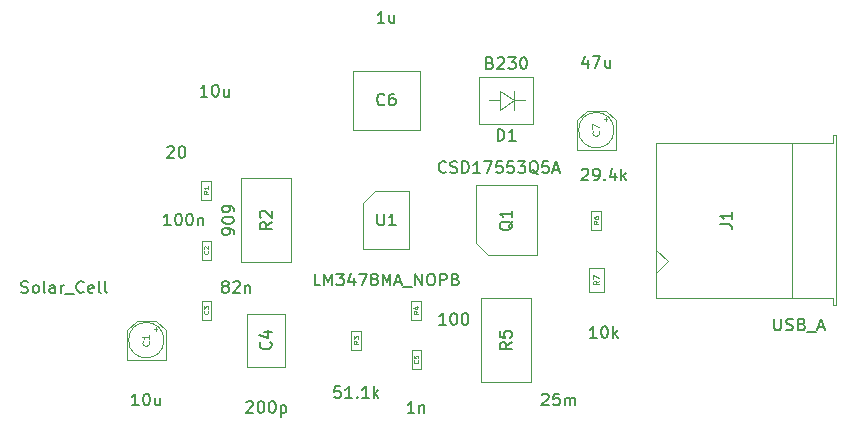
<source format=gbr>
%TF.GenerationSoftware,KiCad,Pcbnew,(6.0.4)*%
%TF.CreationDate,2022-04-26T23:43:02-07:00*%
%TF.ProjectId,SolarChargerV2,536f6c61-7243-4686-9172-67657256322e,rev?*%
%TF.SameCoordinates,Original*%
%TF.FileFunction,AssemblyDrawing,Top*%
%FSLAX46Y46*%
G04 Gerber Fmt 4.6, Leading zero omitted, Abs format (unit mm)*
G04 Created by KiCad (PCBNEW (6.0.4)) date 2022-04-26 23:43:02*
%MOMM*%
%LPD*%
G01*
G04 APERTURE LIST*
%ADD10C,0.150000*%
%ADD11C,0.060000*%
%ADD12C,0.090000*%
%ADD13C,0.080000*%
%ADD14C,0.100000*%
G04 APERTURE END LIST*
D10*
%TO.C,SC1*%
X96099761Y-77239761D02*
X96242619Y-77287380D01*
X96480714Y-77287380D01*
X96575952Y-77239761D01*
X96623571Y-77192142D01*
X96671190Y-77096904D01*
X96671190Y-77001666D01*
X96623571Y-76906428D01*
X96575952Y-76858809D01*
X96480714Y-76811190D01*
X96290238Y-76763571D01*
X96195000Y-76715952D01*
X96147380Y-76668333D01*
X96099761Y-76573095D01*
X96099761Y-76477857D01*
X96147380Y-76382619D01*
X96195000Y-76335000D01*
X96290238Y-76287380D01*
X96528333Y-76287380D01*
X96671190Y-76335000D01*
X97242619Y-77287380D02*
X97147380Y-77239761D01*
X97099761Y-77192142D01*
X97052142Y-77096904D01*
X97052142Y-76811190D01*
X97099761Y-76715952D01*
X97147380Y-76668333D01*
X97242619Y-76620714D01*
X97385476Y-76620714D01*
X97480714Y-76668333D01*
X97528333Y-76715952D01*
X97575952Y-76811190D01*
X97575952Y-77096904D01*
X97528333Y-77192142D01*
X97480714Y-77239761D01*
X97385476Y-77287380D01*
X97242619Y-77287380D01*
X98147380Y-77287380D02*
X98052142Y-77239761D01*
X98004523Y-77144523D01*
X98004523Y-76287380D01*
X98956904Y-77287380D02*
X98956904Y-76763571D01*
X98909285Y-76668333D01*
X98814047Y-76620714D01*
X98623571Y-76620714D01*
X98528333Y-76668333D01*
X98956904Y-77239761D02*
X98861666Y-77287380D01*
X98623571Y-77287380D01*
X98528333Y-77239761D01*
X98480714Y-77144523D01*
X98480714Y-77049285D01*
X98528333Y-76954047D01*
X98623571Y-76906428D01*
X98861666Y-76906428D01*
X98956904Y-76858809D01*
X99433095Y-77287380D02*
X99433095Y-76620714D01*
X99433095Y-76811190D02*
X99480714Y-76715952D01*
X99528333Y-76668333D01*
X99623571Y-76620714D01*
X99718809Y-76620714D01*
X99814047Y-77382619D02*
X100575952Y-77382619D01*
X101385476Y-77192142D02*
X101337857Y-77239761D01*
X101195000Y-77287380D01*
X101099761Y-77287380D01*
X100956904Y-77239761D01*
X100861666Y-77144523D01*
X100814047Y-77049285D01*
X100766428Y-76858809D01*
X100766428Y-76715952D01*
X100814047Y-76525476D01*
X100861666Y-76430238D01*
X100956904Y-76335000D01*
X101099761Y-76287380D01*
X101195000Y-76287380D01*
X101337857Y-76335000D01*
X101385476Y-76382619D01*
X102195000Y-77239761D02*
X102099761Y-77287380D01*
X101909285Y-77287380D01*
X101814047Y-77239761D01*
X101766428Y-77144523D01*
X101766428Y-76763571D01*
X101814047Y-76668333D01*
X101909285Y-76620714D01*
X102099761Y-76620714D01*
X102195000Y-76668333D01*
X102242619Y-76763571D01*
X102242619Y-76858809D01*
X101766428Y-76954047D01*
X102814047Y-77287380D02*
X102718809Y-77239761D01*
X102671190Y-77144523D01*
X102671190Y-76287380D01*
X103337857Y-77287380D02*
X103242619Y-77239761D01*
X103195000Y-77144523D01*
X103195000Y-76287380D01*
%TO.C,D1*%
X135802857Y-57788571D02*
X135945714Y-57836190D01*
X135993333Y-57883809D01*
X136040952Y-57979047D01*
X136040952Y-58121904D01*
X135993333Y-58217142D01*
X135945714Y-58264761D01*
X135850476Y-58312380D01*
X135469523Y-58312380D01*
X135469523Y-57312380D01*
X135802857Y-57312380D01*
X135898095Y-57360000D01*
X135945714Y-57407619D01*
X135993333Y-57502857D01*
X135993333Y-57598095D01*
X135945714Y-57693333D01*
X135898095Y-57740952D01*
X135802857Y-57788571D01*
X135469523Y-57788571D01*
X136421904Y-57407619D02*
X136469523Y-57360000D01*
X136564761Y-57312380D01*
X136802857Y-57312380D01*
X136898095Y-57360000D01*
X136945714Y-57407619D01*
X136993333Y-57502857D01*
X136993333Y-57598095D01*
X136945714Y-57740952D01*
X136374285Y-58312380D01*
X136993333Y-58312380D01*
X137326666Y-57312380D02*
X137945714Y-57312380D01*
X137612380Y-57693333D01*
X137755238Y-57693333D01*
X137850476Y-57740952D01*
X137898095Y-57788571D01*
X137945714Y-57883809D01*
X137945714Y-58121904D01*
X137898095Y-58217142D01*
X137850476Y-58264761D01*
X137755238Y-58312380D01*
X137469523Y-58312380D01*
X137374285Y-58264761D01*
X137326666Y-58217142D01*
X138564761Y-57312380D02*
X138660000Y-57312380D01*
X138755238Y-57360000D01*
X138802857Y-57407619D01*
X138850476Y-57502857D01*
X138898095Y-57693333D01*
X138898095Y-57931428D01*
X138850476Y-58121904D01*
X138802857Y-58217142D01*
X138755238Y-58264761D01*
X138660000Y-58312380D01*
X138564761Y-58312380D01*
X138469523Y-58264761D01*
X138421904Y-58217142D01*
X138374285Y-58121904D01*
X138326666Y-57931428D01*
X138326666Y-57693333D01*
X138374285Y-57502857D01*
X138421904Y-57407619D01*
X138469523Y-57360000D01*
X138564761Y-57312380D01*
X136421904Y-64412380D02*
X136421904Y-63412380D01*
X136660000Y-63412380D01*
X136802857Y-63460000D01*
X136898095Y-63555238D01*
X136945714Y-63650476D01*
X136993333Y-63840952D01*
X136993333Y-63983809D01*
X136945714Y-64174285D01*
X136898095Y-64269523D01*
X136802857Y-64364761D01*
X136660000Y-64412380D01*
X136421904Y-64412380D01*
X137945714Y-64412380D02*
X137374285Y-64412380D01*
X137660000Y-64412380D02*
X137660000Y-63412380D01*
X137564761Y-63555238D01*
X137469523Y-63650476D01*
X137374285Y-63698095D01*
%TO.C,U1*%
X121404761Y-76652380D02*
X120928571Y-76652380D01*
X120928571Y-75652380D01*
X121738095Y-76652380D02*
X121738095Y-75652380D01*
X122071428Y-76366666D01*
X122404761Y-75652380D01*
X122404761Y-76652380D01*
X122785714Y-75652380D02*
X123404761Y-75652380D01*
X123071428Y-76033333D01*
X123214285Y-76033333D01*
X123309523Y-76080952D01*
X123357142Y-76128571D01*
X123404761Y-76223809D01*
X123404761Y-76461904D01*
X123357142Y-76557142D01*
X123309523Y-76604761D01*
X123214285Y-76652380D01*
X122928571Y-76652380D01*
X122833333Y-76604761D01*
X122785714Y-76557142D01*
X124261904Y-75985714D02*
X124261904Y-76652380D01*
X124023809Y-75604761D02*
X123785714Y-76319047D01*
X124404761Y-76319047D01*
X124690476Y-75652380D02*
X125357142Y-75652380D01*
X124928571Y-76652380D01*
X125880952Y-76080952D02*
X125785714Y-76033333D01*
X125738095Y-75985714D01*
X125690476Y-75890476D01*
X125690476Y-75842857D01*
X125738095Y-75747619D01*
X125785714Y-75700000D01*
X125880952Y-75652380D01*
X126071428Y-75652380D01*
X126166666Y-75700000D01*
X126214285Y-75747619D01*
X126261904Y-75842857D01*
X126261904Y-75890476D01*
X126214285Y-75985714D01*
X126166666Y-76033333D01*
X126071428Y-76080952D01*
X125880952Y-76080952D01*
X125785714Y-76128571D01*
X125738095Y-76176190D01*
X125690476Y-76271428D01*
X125690476Y-76461904D01*
X125738095Y-76557142D01*
X125785714Y-76604761D01*
X125880952Y-76652380D01*
X126071428Y-76652380D01*
X126166666Y-76604761D01*
X126214285Y-76557142D01*
X126261904Y-76461904D01*
X126261904Y-76271428D01*
X126214285Y-76176190D01*
X126166666Y-76128571D01*
X126071428Y-76080952D01*
X126690476Y-76652380D02*
X126690476Y-75652380D01*
X127023809Y-76366666D01*
X127357142Y-75652380D01*
X127357142Y-76652380D01*
X127785714Y-76366666D02*
X128261904Y-76366666D01*
X127690476Y-76652380D02*
X128023809Y-75652380D01*
X128357142Y-76652380D01*
X128452380Y-76747619D02*
X129214285Y-76747619D01*
X129452380Y-76652380D02*
X129452380Y-75652380D01*
X130023809Y-76652380D01*
X130023809Y-75652380D01*
X130690476Y-75652380D02*
X130880952Y-75652380D01*
X130976190Y-75700000D01*
X131071428Y-75795238D01*
X131119047Y-75985714D01*
X131119047Y-76319047D01*
X131071428Y-76509523D01*
X130976190Y-76604761D01*
X130880952Y-76652380D01*
X130690476Y-76652380D01*
X130595238Y-76604761D01*
X130500000Y-76509523D01*
X130452380Y-76319047D01*
X130452380Y-75985714D01*
X130500000Y-75795238D01*
X130595238Y-75700000D01*
X130690476Y-75652380D01*
X131547619Y-76652380D02*
X131547619Y-75652380D01*
X131928571Y-75652380D01*
X132023809Y-75700000D01*
X132071428Y-75747619D01*
X132119047Y-75842857D01*
X132119047Y-75985714D01*
X132071428Y-76080952D01*
X132023809Y-76128571D01*
X131928571Y-76176190D01*
X131547619Y-76176190D01*
X132880952Y-76128571D02*
X133023809Y-76176190D01*
X133071428Y-76223809D01*
X133119047Y-76319047D01*
X133119047Y-76461904D01*
X133071428Y-76557142D01*
X133023809Y-76604761D01*
X132928571Y-76652380D01*
X132547619Y-76652380D01*
X132547619Y-75652380D01*
X132880952Y-75652380D01*
X132976190Y-75700000D01*
X133023809Y-75747619D01*
X133071428Y-75842857D01*
X133071428Y-75938095D01*
X133023809Y-76033333D01*
X132976190Y-76080952D01*
X132880952Y-76128571D01*
X132547619Y-76128571D01*
X126253333Y-70583333D02*
X126253333Y-71376666D01*
X126300000Y-71470000D01*
X126346666Y-71516666D01*
X126440000Y-71563333D01*
X126626666Y-71563333D01*
X126720000Y-71516666D01*
X126766666Y-71470000D01*
X126813333Y-71376666D01*
X126813333Y-70583333D01*
X127793333Y-71563333D02*
X127233333Y-71563333D01*
X127513333Y-71563333D02*
X127513333Y-70583333D01*
X127420000Y-70723333D01*
X127326666Y-70816666D01*
X127233333Y-70863333D01*
%TO.C,L1*%
X111857142Y-60652380D02*
X111285714Y-60652380D01*
X111571428Y-60652380D02*
X111571428Y-59652380D01*
X111476190Y-59795238D01*
X111380952Y-59890476D01*
X111285714Y-59938095D01*
X112476190Y-59652380D02*
X112571428Y-59652380D01*
X112666666Y-59700000D01*
X112714285Y-59747619D01*
X112761904Y-59842857D01*
X112809523Y-60033333D01*
X112809523Y-60271428D01*
X112761904Y-60461904D01*
X112714285Y-60557142D01*
X112666666Y-60604761D01*
X112571428Y-60652380D01*
X112476190Y-60652380D01*
X112380952Y-60604761D01*
X112333333Y-60557142D01*
X112285714Y-60461904D01*
X112238095Y-60271428D01*
X112238095Y-60033333D01*
X112285714Y-59842857D01*
X112333333Y-59747619D01*
X112380952Y-59700000D01*
X112476190Y-59652380D01*
X113666666Y-59985714D02*
X113666666Y-60652380D01*
X113238095Y-59985714D02*
X113238095Y-60509523D01*
X113285714Y-60604761D01*
X113380952Y-60652380D01*
X113523809Y-60652380D01*
X113619047Y-60604761D01*
X113666666Y-60557142D01*
%TO.C,R2*%
X114112380Y-72262857D02*
X114112380Y-72072380D01*
X114064761Y-71977142D01*
X114017142Y-71929523D01*
X113874285Y-71834285D01*
X113683809Y-71786666D01*
X113302857Y-71786666D01*
X113207619Y-71834285D01*
X113160000Y-71881904D01*
X113112380Y-71977142D01*
X113112380Y-72167619D01*
X113160000Y-72262857D01*
X113207619Y-72310476D01*
X113302857Y-72358095D01*
X113540952Y-72358095D01*
X113636190Y-72310476D01*
X113683809Y-72262857D01*
X113731428Y-72167619D01*
X113731428Y-71977142D01*
X113683809Y-71881904D01*
X113636190Y-71834285D01*
X113540952Y-71786666D01*
X113112380Y-71167619D02*
X113112380Y-71072380D01*
X113160000Y-70977142D01*
X113207619Y-70929523D01*
X113302857Y-70881904D01*
X113493333Y-70834285D01*
X113731428Y-70834285D01*
X113921904Y-70881904D01*
X114017142Y-70929523D01*
X114064761Y-70977142D01*
X114112380Y-71072380D01*
X114112380Y-71167619D01*
X114064761Y-71262857D01*
X114017142Y-71310476D01*
X113921904Y-71358095D01*
X113731428Y-71405714D01*
X113493333Y-71405714D01*
X113302857Y-71358095D01*
X113207619Y-71310476D01*
X113160000Y-71262857D01*
X113112380Y-71167619D01*
X114112380Y-70358095D02*
X114112380Y-70167619D01*
X114064761Y-70072380D01*
X114017142Y-70024761D01*
X113874285Y-69929523D01*
X113683809Y-69881904D01*
X113302857Y-69881904D01*
X113207619Y-69929523D01*
X113160000Y-69977142D01*
X113112380Y-70072380D01*
X113112380Y-70262857D01*
X113160000Y-70358095D01*
X113207619Y-70405714D01*
X113302857Y-70453333D01*
X113540952Y-70453333D01*
X113636190Y-70405714D01*
X113683809Y-70358095D01*
X113731428Y-70262857D01*
X113731428Y-70072380D01*
X113683809Y-69977142D01*
X113636190Y-69929523D01*
X113540952Y-69881904D01*
X117292380Y-71286666D02*
X116816190Y-71620000D01*
X117292380Y-71858095D02*
X116292380Y-71858095D01*
X116292380Y-71477142D01*
X116340000Y-71381904D01*
X116387619Y-71334285D01*
X116482857Y-71286666D01*
X116625714Y-71286666D01*
X116720952Y-71334285D01*
X116768571Y-71381904D01*
X116816190Y-71477142D01*
X116816190Y-71858095D01*
X116387619Y-70905714D02*
X116340000Y-70858095D01*
X116292380Y-70762857D01*
X116292380Y-70524761D01*
X116340000Y-70429523D01*
X116387619Y-70381904D01*
X116482857Y-70334285D01*
X116578095Y-70334285D01*
X116720952Y-70381904D01*
X117292380Y-70953333D01*
X117292380Y-70334285D01*
%TO.C,R3*%
X123102857Y-85177380D02*
X122626666Y-85177380D01*
X122579047Y-85653571D01*
X122626666Y-85605952D01*
X122721904Y-85558333D01*
X122960000Y-85558333D01*
X123055238Y-85605952D01*
X123102857Y-85653571D01*
X123150476Y-85748809D01*
X123150476Y-85986904D01*
X123102857Y-86082142D01*
X123055238Y-86129761D01*
X122960000Y-86177380D01*
X122721904Y-86177380D01*
X122626666Y-86129761D01*
X122579047Y-86082142D01*
X124102857Y-86177380D02*
X123531428Y-86177380D01*
X123817142Y-86177380D02*
X123817142Y-85177380D01*
X123721904Y-85320238D01*
X123626666Y-85415476D01*
X123531428Y-85463095D01*
X124531428Y-86082142D02*
X124579047Y-86129761D01*
X124531428Y-86177380D01*
X124483809Y-86129761D01*
X124531428Y-86082142D01*
X124531428Y-86177380D01*
X125531428Y-86177380D02*
X124960000Y-86177380D01*
X125245714Y-86177380D02*
X125245714Y-85177380D01*
X125150476Y-85320238D01*
X125055238Y-85415476D01*
X124960000Y-85463095D01*
X125960000Y-86177380D02*
X125960000Y-85177380D01*
X126055238Y-85796428D02*
X126340952Y-86177380D01*
X126340952Y-85510714D02*
X125960000Y-85891666D01*
D11*
X124640952Y-81346666D02*
X124450476Y-81480000D01*
X124640952Y-81575238D02*
X124240952Y-81575238D01*
X124240952Y-81422857D01*
X124260000Y-81384761D01*
X124279047Y-81365714D01*
X124317142Y-81346666D01*
X124374285Y-81346666D01*
X124412380Y-81365714D01*
X124431428Y-81384761D01*
X124450476Y-81422857D01*
X124450476Y-81575238D01*
X124240952Y-81213333D02*
X124240952Y-80965714D01*
X124393333Y-81099047D01*
X124393333Y-81041904D01*
X124412380Y-81003809D01*
X124431428Y-80984761D01*
X124469523Y-80965714D01*
X124564761Y-80965714D01*
X124602857Y-80984761D01*
X124621904Y-81003809D01*
X124640952Y-81041904D01*
X124640952Y-81156190D01*
X124621904Y-81194285D01*
X124602857Y-81213333D01*
D10*
%TO.C,C6*%
X126833333Y-54427380D02*
X126261904Y-54427380D01*
X126547619Y-54427380D02*
X126547619Y-53427380D01*
X126452380Y-53570238D01*
X126357142Y-53665476D01*
X126261904Y-53713095D01*
X127690476Y-53760714D02*
X127690476Y-54427380D01*
X127261904Y-53760714D02*
X127261904Y-54284523D01*
X127309523Y-54379761D01*
X127404761Y-54427380D01*
X127547619Y-54427380D01*
X127642857Y-54379761D01*
X127690476Y-54332142D01*
X126833333Y-61317142D02*
X126785714Y-61364761D01*
X126642857Y-61412380D01*
X126547619Y-61412380D01*
X126404761Y-61364761D01*
X126309523Y-61269523D01*
X126261904Y-61174285D01*
X126214285Y-60983809D01*
X126214285Y-60840952D01*
X126261904Y-60650476D01*
X126309523Y-60555238D01*
X126404761Y-60460000D01*
X126547619Y-60412380D01*
X126642857Y-60412380D01*
X126785714Y-60460000D01*
X126833333Y-60507619D01*
X127690476Y-60412380D02*
X127500000Y-60412380D01*
X127404761Y-60460000D01*
X127357142Y-60507619D01*
X127261904Y-60650476D01*
X127214285Y-60840952D01*
X127214285Y-61221904D01*
X127261904Y-61317142D01*
X127309523Y-61364761D01*
X127404761Y-61412380D01*
X127595238Y-61412380D01*
X127690476Y-61364761D01*
X127738095Y-61317142D01*
X127785714Y-61221904D01*
X127785714Y-60983809D01*
X127738095Y-60888571D01*
X127690476Y-60840952D01*
X127595238Y-60793333D01*
X127404761Y-60793333D01*
X127309523Y-60840952D01*
X127261904Y-60888571D01*
X127214285Y-60983809D01*
%TO.C,R4*%
X132048333Y-79992380D02*
X131476904Y-79992380D01*
X131762619Y-79992380D02*
X131762619Y-78992380D01*
X131667380Y-79135238D01*
X131572142Y-79230476D01*
X131476904Y-79278095D01*
X132667380Y-78992380D02*
X132762619Y-78992380D01*
X132857857Y-79040000D01*
X132905476Y-79087619D01*
X132953095Y-79182857D01*
X133000714Y-79373333D01*
X133000714Y-79611428D01*
X132953095Y-79801904D01*
X132905476Y-79897142D01*
X132857857Y-79944761D01*
X132762619Y-79992380D01*
X132667380Y-79992380D01*
X132572142Y-79944761D01*
X132524523Y-79897142D01*
X132476904Y-79801904D01*
X132429285Y-79611428D01*
X132429285Y-79373333D01*
X132476904Y-79182857D01*
X132524523Y-79087619D01*
X132572142Y-79040000D01*
X132667380Y-78992380D01*
X133619761Y-78992380D02*
X133715000Y-78992380D01*
X133810238Y-79040000D01*
X133857857Y-79087619D01*
X133905476Y-79182857D01*
X133953095Y-79373333D01*
X133953095Y-79611428D01*
X133905476Y-79801904D01*
X133857857Y-79897142D01*
X133810238Y-79944761D01*
X133715000Y-79992380D01*
X133619761Y-79992380D01*
X133524523Y-79944761D01*
X133476904Y-79897142D01*
X133429285Y-79801904D01*
X133381666Y-79611428D01*
X133381666Y-79373333D01*
X133429285Y-79182857D01*
X133476904Y-79087619D01*
X133524523Y-79040000D01*
X133619761Y-78992380D01*
D11*
X129720952Y-78806666D02*
X129530476Y-78940000D01*
X129720952Y-79035238D02*
X129320952Y-79035238D01*
X129320952Y-78882857D01*
X129340000Y-78844761D01*
X129359047Y-78825714D01*
X129397142Y-78806666D01*
X129454285Y-78806666D01*
X129492380Y-78825714D01*
X129511428Y-78844761D01*
X129530476Y-78882857D01*
X129530476Y-79035238D01*
X129454285Y-78463809D02*
X129720952Y-78463809D01*
X129301904Y-78559047D02*
X129587619Y-78654285D01*
X129587619Y-78406666D01*
D10*
%TO.C,C3*%
X113276190Y-76715952D02*
X113180952Y-76668333D01*
X113133333Y-76620714D01*
X113085714Y-76525476D01*
X113085714Y-76477857D01*
X113133333Y-76382619D01*
X113180952Y-76335000D01*
X113276190Y-76287380D01*
X113466666Y-76287380D01*
X113561904Y-76335000D01*
X113609523Y-76382619D01*
X113657142Y-76477857D01*
X113657142Y-76525476D01*
X113609523Y-76620714D01*
X113561904Y-76668333D01*
X113466666Y-76715952D01*
X113276190Y-76715952D01*
X113180952Y-76763571D01*
X113133333Y-76811190D01*
X113085714Y-76906428D01*
X113085714Y-77096904D01*
X113133333Y-77192142D01*
X113180952Y-77239761D01*
X113276190Y-77287380D01*
X113466666Y-77287380D01*
X113561904Y-77239761D01*
X113609523Y-77192142D01*
X113657142Y-77096904D01*
X113657142Y-76906428D01*
X113609523Y-76811190D01*
X113561904Y-76763571D01*
X113466666Y-76715952D01*
X114038095Y-76382619D02*
X114085714Y-76335000D01*
X114180952Y-76287380D01*
X114419047Y-76287380D01*
X114514285Y-76335000D01*
X114561904Y-76382619D01*
X114609523Y-76477857D01*
X114609523Y-76573095D01*
X114561904Y-76715952D01*
X113990476Y-77287380D01*
X114609523Y-77287380D01*
X115038095Y-76620714D02*
X115038095Y-77287380D01*
X115038095Y-76715952D02*
X115085714Y-76668333D01*
X115180952Y-76620714D01*
X115323809Y-76620714D01*
X115419047Y-76668333D01*
X115466666Y-76763571D01*
X115466666Y-77287380D01*
D11*
X111902857Y-78806666D02*
X111921904Y-78825714D01*
X111940952Y-78882857D01*
X111940952Y-78920952D01*
X111921904Y-78978095D01*
X111883809Y-79016190D01*
X111845714Y-79035238D01*
X111769523Y-79054285D01*
X111712380Y-79054285D01*
X111636190Y-79035238D01*
X111598095Y-79016190D01*
X111560000Y-78978095D01*
X111540952Y-78920952D01*
X111540952Y-78882857D01*
X111560000Y-78825714D01*
X111579047Y-78806666D01*
X111540952Y-78673333D02*
X111540952Y-78425714D01*
X111693333Y-78559047D01*
X111693333Y-78501904D01*
X111712380Y-78463809D01*
X111731428Y-78444761D01*
X111769523Y-78425714D01*
X111864761Y-78425714D01*
X111902857Y-78444761D01*
X111921904Y-78463809D01*
X111940952Y-78501904D01*
X111940952Y-78616190D01*
X111921904Y-78654285D01*
X111902857Y-78673333D01*
D10*
%TO.C,C2*%
X108735952Y-71572380D02*
X108164523Y-71572380D01*
X108450238Y-71572380D02*
X108450238Y-70572380D01*
X108355000Y-70715238D01*
X108259761Y-70810476D01*
X108164523Y-70858095D01*
X109355000Y-70572380D02*
X109450238Y-70572380D01*
X109545476Y-70620000D01*
X109593095Y-70667619D01*
X109640714Y-70762857D01*
X109688333Y-70953333D01*
X109688333Y-71191428D01*
X109640714Y-71381904D01*
X109593095Y-71477142D01*
X109545476Y-71524761D01*
X109450238Y-71572380D01*
X109355000Y-71572380D01*
X109259761Y-71524761D01*
X109212142Y-71477142D01*
X109164523Y-71381904D01*
X109116904Y-71191428D01*
X109116904Y-70953333D01*
X109164523Y-70762857D01*
X109212142Y-70667619D01*
X109259761Y-70620000D01*
X109355000Y-70572380D01*
X110307380Y-70572380D02*
X110402619Y-70572380D01*
X110497857Y-70620000D01*
X110545476Y-70667619D01*
X110593095Y-70762857D01*
X110640714Y-70953333D01*
X110640714Y-71191428D01*
X110593095Y-71381904D01*
X110545476Y-71477142D01*
X110497857Y-71524761D01*
X110402619Y-71572380D01*
X110307380Y-71572380D01*
X110212142Y-71524761D01*
X110164523Y-71477142D01*
X110116904Y-71381904D01*
X110069285Y-71191428D01*
X110069285Y-70953333D01*
X110116904Y-70762857D01*
X110164523Y-70667619D01*
X110212142Y-70620000D01*
X110307380Y-70572380D01*
X111069285Y-70905714D02*
X111069285Y-71572380D01*
X111069285Y-71000952D02*
X111116904Y-70953333D01*
X111212142Y-70905714D01*
X111355000Y-70905714D01*
X111450238Y-70953333D01*
X111497857Y-71048571D01*
X111497857Y-71572380D01*
D11*
X111902857Y-73726666D02*
X111921904Y-73745714D01*
X111940952Y-73802857D01*
X111940952Y-73840952D01*
X111921904Y-73898095D01*
X111883809Y-73936190D01*
X111845714Y-73955238D01*
X111769523Y-73974285D01*
X111712380Y-73974285D01*
X111636190Y-73955238D01*
X111598095Y-73936190D01*
X111560000Y-73898095D01*
X111540952Y-73840952D01*
X111540952Y-73802857D01*
X111560000Y-73745714D01*
X111579047Y-73726666D01*
X111579047Y-73574285D02*
X111560000Y-73555238D01*
X111540952Y-73517142D01*
X111540952Y-73421904D01*
X111560000Y-73383809D01*
X111579047Y-73364761D01*
X111617142Y-73345714D01*
X111655238Y-73345714D01*
X111712380Y-73364761D01*
X111940952Y-73593333D01*
X111940952Y-73345714D01*
D10*
%TO.C,R1*%
X108458095Y-64952619D02*
X108505714Y-64905000D01*
X108600952Y-64857380D01*
X108839047Y-64857380D01*
X108934285Y-64905000D01*
X108981904Y-64952619D01*
X109029523Y-65047857D01*
X109029523Y-65143095D01*
X108981904Y-65285952D01*
X108410476Y-65857380D01*
X109029523Y-65857380D01*
X109648571Y-64857380D02*
X109743809Y-64857380D01*
X109839047Y-64905000D01*
X109886666Y-64952619D01*
X109934285Y-65047857D01*
X109981904Y-65238333D01*
X109981904Y-65476428D01*
X109934285Y-65666904D01*
X109886666Y-65762142D01*
X109839047Y-65809761D01*
X109743809Y-65857380D01*
X109648571Y-65857380D01*
X109553333Y-65809761D01*
X109505714Y-65762142D01*
X109458095Y-65666904D01*
X109410476Y-65476428D01*
X109410476Y-65238333D01*
X109458095Y-65047857D01*
X109505714Y-64952619D01*
X109553333Y-64905000D01*
X109648571Y-64857380D01*
D11*
X111940952Y-68646666D02*
X111750476Y-68780000D01*
X111940952Y-68875238D02*
X111540952Y-68875238D01*
X111540952Y-68722857D01*
X111560000Y-68684761D01*
X111579047Y-68665714D01*
X111617142Y-68646666D01*
X111674285Y-68646666D01*
X111712380Y-68665714D01*
X111731428Y-68684761D01*
X111750476Y-68722857D01*
X111750476Y-68875238D01*
X111940952Y-68265714D02*
X111940952Y-68494285D01*
X111940952Y-68380000D02*
X111540952Y-68380000D01*
X111598095Y-68418095D01*
X111636190Y-68456190D01*
X111655238Y-68494285D01*
D10*
%TO.C,R6*%
X143534047Y-66857619D02*
X143581666Y-66810000D01*
X143676904Y-66762380D01*
X143915000Y-66762380D01*
X144010238Y-66810000D01*
X144057857Y-66857619D01*
X144105476Y-66952857D01*
X144105476Y-67048095D01*
X144057857Y-67190952D01*
X143486428Y-67762380D01*
X144105476Y-67762380D01*
X144581666Y-67762380D02*
X144772142Y-67762380D01*
X144867380Y-67714761D01*
X144915000Y-67667142D01*
X145010238Y-67524285D01*
X145057857Y-67333809D01*
X145057857Y-66952857D01*
X145010238Y-66857619D01*
X144962619Y-66810000D01*
X144867380Y-66762380D01*
X144676904Y-66762380D01*
X144581666Y-66810000D01*
X144534047Y-66857619D01*
X144486428Y-66952857D01*
X144486428Y-67190952D01*
X144534047Y-67286190D01*
X144581666Y-67333809D01*
X144676904Y-67381428D01*
X144867380Y-67381428D01*
X144962619Y-67333809D01*
X145010238Y-67286190D01*
X145057857Y-67190952D01*
X145486428Y-67667142D02*
X145534047Y-67714761D01*
X145486428Y-67762380D01*
X145438809Y-67714761D01*
X145486428Y-67667142D01*
X145486428Y-67762380D01*
X146391190Y-67095714D02*
X146391190Y-67762380D01*
X146153095Y-66714761D02*
X145915000Y-67429047D01*
X146534047Y-67429047D01*
X146915000Y-67762380D02*
X146915000Y-66762380D01*
X147010238Y-67381428D02*
X147295952Y-67762380D01*
X147295952Y-67095714D02*
X146915000Y-67476666D01*
D11*
X144960952Y-71186666D02*
X144770476Y-71320000D01*
X144960952Y-71415238D02*
X144560952Y-71415238D01*
X144560952Y-71262857D01*
X144580000Y-71224761D01*
X144599047Y-71205714D01*
X144637142Y-71186666D01*
X144694285Y-71186666D01*
X144732380Y-71205714D01*
X144751428Y-71224761D01*
X144770476Y-71262857D01*
X144770476Y-71415238D01*
X144560952Y-70843809D02*
X144560952Y-70920000D01*
X144580000Y-70958095D01*
X144599047Y-70977142D01*
X144656190Y-71015238D01*
X144732380Y-71034285D01*
X144884761Y-71034285D01*
X144922857Y-71015238D01*
X144941904Y-70996190D01*
X144960952Y-70958095D01*
X144960952Y-70881904D01*
X144941904Y-70843809D01*
X144922857Y-70824761D01*
X144884761Y-70805714D01*
X144789523Y-70805714D01*
X144751428Y-70824761D01*
X144732380Y-70843809D01*
X144713333Y-70881904D01*
X144713333Y-70958095D01*
X144732380Y-70996190D01*
X144751428Y-71015238D01*
X144789523Y-71034285D01*
D10*
%TO.C,C1*%
X106037142Y-86812380D02*
X105465714Y-86812380D01*
X105751428Y-86812380D02*
X105751428Y-85812380D01*
X105656190Y-85955238D01*
X105560952Y-86050476D01*
X105465714Y-86098095D01*
X106656190Y-85812380D02*
X106751428Y-85812380D01*
X106846666Y-85860000D01*
X106894285Y-85907619D01*
X106941904Y-86002857D01*
X106989523Y-86193333D01*
X106989523Y-86431428D01*
X106941904Y-86621904D01*
X106894285Y-86717142D01*
X106846666Y-86764761D01*
X106751428Y-86812380D01*
X106656190Y-86812380D01*
X106560952Y-86764761D01*
X106513333Y-86717142D01*
X106465714Y-86621904D01*
X106418095Y-86431428D01*
X106418095Y-86193333D01*
X106465714Y-86002857D01*
X106513333Y-85907619D01*
X106560952Y-85860000D01*
X106656190Y-85812380D01*
X107846666Y-86145714D02*
X107846666Y-86812380D01*
X107418095Y-86145714D02*
X107418095Y-86669523D01*
X107465714Y-86764761D01*
X107560952Y-86812380D01*
X107703809Y-86812380D01*
X107799047Y-86764761D01*
X107846666Y-86717142D01*
D12*
X106894285Y-81380000D02*
X106922857Y-81408571D01*
X106951428Y-81494285D01*
X106951428Y-81551428D01*
X106922857Y-81637142D01*
X106865714Y-81694285D01*
X106808571Y-81722857D01*
X106694285Y-81751428D01*
X106608571Y-81751428D01*
X106494285Y-81722857D01*
X106437142Y-81694285D01*
X106380000Y-81637142D01*
X106351428Y-81551428D01*
X106351428Y-81494285D01*
X106380000Y-81408571D01*
X106408571Y-81380000D01*
X106951428Y-80808571D02*
X106951428Y-81151428D01*
X106951428Y-80980000D02*
X106351428Y-80980000D01*
X106437142Y-81037142D01*
X106494285Y-81094285D01*
X106522857Y-81151428D01*
D10*
%TO.C,R7*%
X144819761Y-81097380D02*
X144248333Y-81097380D01*
X144534047Y-81097380D02*
X144534047Y-80097380D01*
X144438809Y-80240238D01*
X144343571Y-80335476D01*
X144248333Y-80383095D01*
X145438809Y-80097380D02*
X145534047Y-80097380D01*
X145629285Y-80145000D01*
X145676904Y-80192619D01*
X145724523Y-80287857D01*
X145772142Y-80478333D01*
X145772142Y-80716428D01*
X145724523Y-80906904D01*
X145676904Y-81002142D01*
X145629285Y-81049761D01*
X145534047Y-81097380D01*
X145438809Y-81097380D01*
X145343571Y-81049761D01*
X145295952Y-81002142D01*
X145248333Y-80906904D01*
X145200714Y-80716428D01*
X145200714Y-80478333D01*
X145248333Y-80287857D01*
X145295952Y-80192619D01*
X145343571Y-80145000D01*
X145438809Y-80097380D01*
X146200714Y-81097380D02*
X146200714Y-80097380D01*
X146295952Y-80716428D02*
X146581666Y-81097380D01*
X146581666Y-80430714D02*
X146200714Y-80811666D01*
D13*
X145006190Y-76283333D02*
X144768095Y-76450000D01*
X145006190Y-76569047D02*
X144506190Y-76569047D01*
X144506190Y-76378571D01*
X144530000Y-76330952D01*
X144553809Y-76307142D01*
X144601428Y-76283333D01*
X144672857Y-76283333D01*
X144720476Y-76307142D01*
X144744285Y-76330952D01*
X144768095Y-76378571D01*
X144768095Y-76569047D01*
X144506190Y-76116666D02*
X144506190Y-75783333D01*
X145006190Y-75997619D01*
D10*
%TO.C,Q1*%
X132048809Y-67032142D02*
X132001190Y-67079761D01*
X131858333Y-67127380D01*
X131763095Y-67127380D01*
X131620238Y-67079761D01*
X131525000Y-66984523D01*
X131477380Y-66889285D01*
X131429761Y-66698809D01*
X131429761Y-66555952D01*
X131477380Y-66365476D01*
X131525000Y-66270238D01*
X131620238Y-66175000D01*
X131763095Y-66127380D01*
X131858333Y-66127380D01*
X132001190Y-66175000D01*
X132048809Y-66222619D01*
X132429761Y-67079761D02*
X132572619Y-67127380D01*
X132810714Y-67127380D01*
X132905952Y-67079761D01*
X132953571Y-67032142D01*
X133001190Y-66936904D01*
X133001190Y-66841666D01*
X132953571Y-66746428D01*
X132905952Y-66698809D01*
X132810714Y-66651190D01*
X132620238Y-66603571D01*
X132525000Y-66555952D01*
X132477380Y-66508333D01*
X132429761Y-66413095D01*
X132429761Y-66317857D01*
X132477380Y-66222619D01*
X132525000Y-66175000D01*
X132620238Y-66127380D01*
X132858333Y-66127380D01*
X133001190Y-66175000D01*
X133429761Y-67127380D02*
X133429761Y-66127380D01*
X133667857Y-66127380D01*
X133810714Y-66175000D01*
X133905952Y-66270238D01*
X133953571Y-66365476D01*
X134001190Y-66555952D01*
X134001190Y-66698809D01*
X133953571Y-66889285D01*
X133905952Y-66984523D01*
X133810714Y-67079761D01*
X133667857Y-67127380D01*
X133429761Y-67127380D01*
X134953571Y-67127380D02*
X134382142Y-67127380D01*
X134667857Y-67127380D02*
X134667857Y-66127380D01*
X134572619Y-66270238D01*
X134477380Y-66365476D01*
X134382142Y-66413095D01*
X135286904Y-66127380D02*
X135953571Y-66127380D01*
X135525000Y-67127380D01*
X136810714Y-66127380D02*
X136334523Y-66127380D01*
X136286904Y-66603571D01*
X136334523Y-66555952D01*
X136429761Y-66508333D01*
X136667857Y-66508333D01*
X136763095Y-66555952D01*
X136810714Y-66603571D01*
X136858333Y-66698809D01*
X136858333Y-66936904D01*
X136810714Y-67032142D01*
X136763095Y-67079761D01*
X136667857Y-67127380D01*
X136429761Y-67127380D01*
X136334523Y-67079761D01*
X136286904Y-67032142D01*
X137763095Y-66127380D02*
X137286904Y-66127380D01*
X137239285Y-66603571D01*
X137286904Y-66555952D01*
X137382142Y-66508333D01*
X137620238Y-66508333D01*
X137715476Y-66555952D01*
X137763095Y-66603571D01*
X137810714Y-66698809D01*
X137810714Y-66936904D01*
X137763095Y-67032142D01*
X137715476Y-67079761D01*
X137620238Y-67127380D01*
X137382142Y-67127380D01*
X137286904Y-67079761D01*
X137239285Y-67032142D01*
X138144047Y-66127380D02*
X138763095Y-66127380D01*
X138429761Y-66508333D01*
X138572619Y-66508333D01*
X138667857Y-66555952D01*
X138715476Y-66603571D01*
X138763095Y-66698809D01*
X138763095Y-66936904D01*
X138715476Y-67032142D01*
X138667857Y-67079761D01*
X138572619Y-67127380D01*
X138286904Y-67127380D01*
X138191666Y-67079761D01*
X138144047Y-67032142D01*
X139858333Y-67222619D02*
X139763095Y-67175000D01*
X139667857Y-67079761D01*
X139525000Y-66936904D01*
X139429761Y-66889285D01*
X139334523Y-66889285D01*
X139382142Y-67127380D02*
X139286904Y-67079761D01*
X139191666Y-66984523D01*
X139144047Y-66794047D01*
X139144047Y-66460714D01*
X139191666Y-66270238D01*
X139286904Y-66175000D01*
X139382142Y-66127380D01*
X139572619Y-66127380D01*
X139667857Y-66175000D01*
X139763095Y-66270238D01*
X139810714Y-66460714D01*
X139810714Y-66794047D01*
X139763095Y-66984523D01*
X139667857Y-67079761D01*
X139572619Y-67127380D01*
X139382142Y-67127380D01*
X140715476Y-66127380D02*
X140239285Y-66127380D01*
X140191666Y-66603571D01*
X140239285Y-66555952D01*
X140334523Y-66508333D01*
X140572619Y-66508333D01*
X140667857Y-66555952D01*
X140715476Y-66603571D01*
X140763095Y-66698809D01*
X140763095Y-66936904D01*
X140715476Y-67032142D01*
X140667857Y-67079761D01*
X140572619Y-67127380D01*
X140334523Y-67127380D01*
X140239285Y-67079761D01*
X140191666Y-67032142D01*
X141144047Y-66841666D02*
X141620238Y-66841666D01*
X141048809Y-67127380D02*
X141382142Y-66127380D01*
X141715476Y-67127380D01*
X137707619Y-71215238D02*
X137660000Y-71310476D01*
X137564761Y-71405714D01*
X137421904Y-71548571D01*
X137374285Y-71643809D01*
X137374285Y-71739047D01*
X137612380Y-71691428D02*
X137564761Y-71786666D01*
X137469523Y-71881904D01*
X137279047Y-71929523D01*
X136945714Y-71929523D01*
X136755238Y-71881904D01*
X136660000Y-71786666D01*
X136612380Y-71691428D01*
X136612380Y-71500952D01*
X136660000Y-71405714D01*
X136755238Y-71310476D01*
X136945714Y-71262857D01*
X137279047Y-71262857D01*
X137469523Y-71310476D01*
X137564761Y-71405714D01*
X137612380Y-71500952D01*
X137612380Y-71691428D01*
X137612380Y-70310476D02*
X137612380Y-70881904D01*
X137612380Y-70596190D02*
X136612380Y-70596190D01*
X136755238Y-70691428D01*
X136850476Y-70786666D01*
X136898095Y-70881904D01*
%TO.C,J1*%
X159853571Y-79462380D02*
X159853571Y-80271904D01*
X159901190Y-80367142D01*
X159948809Y-80414761D01*
X160044047Y-80462380D01*
X160234523Y-80462380D01*
X160329761Y-80414761D01*
X160377380Y-80367142D01*
X160425000Y-80271904D01*
X160425000Y-79462380D01*
X160853571Y-80414761D02*
X160996428Y-80462380D01*
X161234523Y-80462380D01*
X161329761Y-80414761D01*
X161377380Y-80367142D01*
X161425000Y-80271904D01*
X161425000Y-80176666D01*
X161377380Y-80081428D01*
X161329761Y-80033809D01*
X161234523Y-79986190D01*
X161044047Y-79938571D01*
X160948809Y-79890952D01*
X160901190Y-79843333D01*
X160853571Y-79748095D01*
X160853571Y-79652857D01*
X160901190Y-79557619D01*
X160948809Y-79510000D01*
X161044047Y-79462380D01*
X161282142Y-79462380D01*
X161425000Y-79510000D01*
X162186904Y-79938571D02*
X162329761Y-79986190D01*
X162377380Y-80033809D01*
X162425000Y-80129047D01*
X162425000Y-80271904D01*
X162377380Y-80367142D01*
X162329761Y-80414761D01*
X162234523Y-80462380D01*
X161853571Y-80462380D01*
X161853571Y-79462380D01*
X162186904Y-79462380D01*
X162282142Y-79510000D01*
X162329761Y-79557619D01*
X162377380Y-79652857D01*
X162377380Y-79748095D01*
X162329761Y-79843333D01*
X162282142Y-79890952D01*
X162186904Y-79938571D01*
X161853571Y-79938571D01*
X162615476Y-80557619D02*
X163377380Y-80557619D01*
X163567857Y-80176666D02*
X164044047Y-80176666D01*
X163472619Y-80462380D02*
X163805952Y-79462380D01*
X164139285Y-80462380D01*
X155272380Y-71453333D02*
X155986666Y-71453333D01*
X156129523Y-71500952D01*
X156224761Y-71596190D01*
X156272380Y-71739047D01*
X156272380Y-71834285D01*
X156272380Y-70453333D02*
X156272380Y-71024761D01*
X156272380Y-70739047D02*
X155272380Y-70739047D01*
X155415238Y-70834285D01*
X155510476Y-70929523D01*
X155558095Y-71024761D01*
%TO.C,C7*%
X144041904Y-57570714D02*
X144041904Y-58237380D01*
X143803809Y-57189761D02*
X143565714Y-57904047D01*
X144184761Y-57904047D01*
X144470476Y-57237380D02*
X145137142Y-57237380D01*
X144708571Y-58237380D01*
X145946666Y-57570714D02*
X145946666Y-58237380D01*
X145518095Y-57570714D02*
X145518095Y-58094523D01*
X145565714Y-58189761D01*
X145660952Y-58237380D01*
X145803809Y-58237380D01*
X145899047Y-58189761D01*
X145946666Y-58142142D01*
D12*
X144994285Y-63600000D02*
X145022857Y-63628571D01*
X145051428Y-63714285D01*
X145051428Y-63771428D01*
X145022857Y-63857142D01*
X144965714Y-63914285D01*
X144908571Y-63942857D01*
X144794285Y-63971428D01*
X144708571Y-63971428D01*
X144594285Y-63942857D01*
X144537142Y-63914285D01*
X144480000Y-63857142D01*
X144451428Y-63771428D01*
X144451428Y-63714285D01*
X144480000Y-63628571D01*
X144508571Y-63600000D01*
X144451428Y-63400000D02*
X144451428Y-63000000D01*
X145051428Y-63257142D01*
D10*
%TO.C,C5*%
X129373333Y-87447380D02*
X128801904Y-87447380D01*
X129087619Y-87447380D02*
X129087619Y-86447380D01*
X128992380Y-86590238D01*
X128897142Y-86685476D01*
X128801904Y-86733095D01*
X129801904Y-86780714D02*
X129801904Y-87447380D01*
X129801904Y-86875952D02*
X129849523Y-86828333D01*
X129944761Y-86780714D01*
X130087619Y-86780714D01*
X130182857Y-86828333D01*
X130230476Y-86923571D01*
X130230476Y-87447380D01*
D11*
X129682857Y-82974166D02*
X129701904Y-82993214D01*
X129720952Y-83050357D01*
X129720952Y-83088452D01*
X129701904Y-83145595D01*
X129663809Y-83183690D01*
X129625714Y-83202738D01*
X129549523Y-83221785D01*
X129492380Y-83221785D01*
X129416190Y-83202738D01*
X129378095Y-83183690D01*
X129340000Y-83145595D01*
X129320952Y-83088452D01*
X129320952Y-83050357D01*
X129340000Y-82993214D01*
X129359047Y-82974166D01*
X129320952Y-82612261D02*
X129320952Y-82802738D01*
X129511428Y-82821785D01*
X129492380Y-82802738D01*
X129473333Y-82764642D01*
X129473333Y-82669404D01*
X129492380Y-82631309D01*
X129511428Y-82612261D01*
X129549523Y-82593214D01*
X129644761Y-82593214D01*
X129682857Y-82612261D01*
X129701904Y-82631309D01*
X129720952Y-82669404D01*
X129720952Y-82764642D01*
X129701904Y-82802738D01*
X129682857Y-82821785D01*
D10*
%TO.C,C4*%
X115149523Y-86542619D02*
X115197142Y-86495000D01*
X115292380Y-86447380D01*
X115530476Y-86447380D01*
X115625714Y-86495000D01*
X115673333Y-86542619D01*
X115720952Y-86637857D01*
X115720952Y-86733095D01*
X115673333Y-86875952D01*
X115101904Y-87447380D01*
X115720952Y-87447380D01*
X116340000Y-86447380D02*
X116435238Y-86447380D01*
X116530476Y-86495000D01*
X116578095Y-86542619D01*
X116625714Y-86637857D01*
X116673333Y-86828333D01*
X116673333Y-87066428D01*
X116625714Y-87256904D01*
X116578095Y-87352142D01*
X116530476Y-87399761D01*
X116435238Y-87447380D01*
X116340000Y-87447380D01*
X116244761Y-87399761D01*
X116197142Y-87352142D01*
X116149523Y-87256904D01*
X116101904Y-87066428D01*
X116101904Y-86828333D01*
X116149523Y-86637857D01*
X116197142Y-86542619D01*
X116244761Y-86495000D01*
X116340000Y-86447380D01*
X117292380Y-86447380D02*
X117387619Y-86447380D01*
X117482857Y-86495000D01*
X117530476Y-86542619D01*
X117578095Y-86637857D01*
X117625714Y-86828333D01*
X117625714Y-87066428D01*
X117578095Y-87256904D01*
X117530476Y-87352142D01*
X117482857Y-87399761D01*
X117387619Y-87447380D01*
X117292380Y-87447380D01*
X117197142Y-87399761D01*
X117149523Y-87352142D01*
X117101904Y-87256904D01*
X117054285Y-87066428D01*
X117054285Y-86828333D01*
X117101904Y-86637857D01*
X117149523Y-86542619D01*
X117197142Y-86495000D01*
X117292380Y-86447380D01*
X118054285Y-86780714D02*
X118054285Y-87780714D01*
X118054285Y-86828333D02*
X118149523Y-86780714D01*
X118340000Y-86780714D01*
X118435238Y-86828333D01*
X118482857Y-86875952D01*
X118530476Y-86971190D01*
X118530476Y-87256904D01*
X118482857Y-87352142D01*
X118435238Y-87399761D01*
X118340000Y-87447380D01*
X118149523Y-87447380D01*
X118054285Y-87399761D01*
X117197142Y-81446666D02*
X117244761Y-81494285D01*
X117292380Y-81637142D01*
X117292380Y-81732380D01*
X117244761Y-81875238D01*
X117149523Y-81970476D01*
X117054285Y-82018095D01*
X116863809Y-82065714D01*
X116720952Y-82065714D01*
X116530476Y-82018095D01*
X116435238Y-81970476D01*
X116340000Y-81875238D01*
X116292380Y-81732380D01*
X116292380Y-81637142D01*
X116340000Y-81494285D01*
X116387619Y-81446666D01*
X116625714Y-80589523D02*
X117292380Y-80589523D01*
X116244761Y-80827619D02*
X116959047Y-81065714D01*
X116959047Y-80446666D01*
%TO.C,R5*%
X140176428Y-85907619D02*
X140224047Y-85860000D01*
X140319285Y-85812380D01*
X140557380Y-85812380D01*
X140652619Y-85860000D01*
X140700238Y-85907619D01*
X140747857Y-86002857D01*
X140747857Y-86098095D01*
X140700238Y-86240952D01*
X140128809Y-86812380D01*
X140747857Y-86812380D01*
X141652619Y-85812380D02*
X141176428Y-85812380D01*
X141128809Y-86288571D01*
X141176428Y-86240952D01*
X141271666Y-86193333D01*
X141509761Y-86193333D01*
X141605000Y-86240952D01*
X141652619Y-86288571D01*
X141700238Y-86383809D01*
X141700238Y-86621904D01*
X141652619Y-86717142D01*
X141605000Y-86764761D01*
X141509761Y-86812380D01*
X141271666Y-86812380D01*
X141176428Y-86764761D01*
X141128809Y-86717142D01*
X142128809Y-86812380D02*
X142128809Y-86145714D01*
X142128809Y-86240952D02*
X142176428Y-86193333D01*
X142271666Y-86145714D01*
X142414523Y-86145714D01*
X142509761Y-86193333D01*
X142557380Y-86288571D01*
X142557380Y-86812380D01*
X142557380Y-86288571D02*
X142605000Y-86193333D01*
X142700238Y-86145714D01*
X142843095Y-86145714D01*
X142938333Y-86193333D01*
X142985952Y-86288571D01*
X142985952Y-86812380D01*
X137612380Y-81446666D02*
X137136190Y-81780000D01*
X137612380Y-82018095D02*
X136612380Y-82018095D01*
X136612380Y-81637142D01*
X136660000Y-81541904D01*
X136707619Y-81494285D01*
X136802857Y-81446666D01*
X136945714Y-81446666D01*
X137040952Y-81494285D01*
X137088571Y-81541904D01*
X137136190Y-81637142D01*
X137136190Y-82018095D01*
X136612380Y-80541904D02*
X136612380Y-81018095D01*
X137088571Y-81065714D01*
X137040952Y-81018095D01*
X136993333Y-80922857D01*
X136993333Y-80684761D01*
X137040952Y-80589523D01*
X137088571Y-80541904D01*
X137183809Y-80494285D01*
X137421904Y-80494285D01*
X137517142Y-80541904D01*
X137564761Y-80589523D01*
X137612380Y-80684761D01*
X137612380Y-80922857D01*
X137564761Y-81018095D01*
X137517142Y-81065714D01*
D14*
%TO.C,D1*%
X137809440Y-61759080D02*
X137809440Y-60158880D01*
X139460000Y-58960000D02*
X139460000Y-62960000D01*
X134860000Y-58960000D02*
X139460000Y-58960000D01*
X136658820Y-60958980D02*
X135660600Y-60958980D01*
X137809440Y-60958980D02*
X136658820Y-60209680D01*
X136658820Y-60209680D02*
X136658820Y-61759080D01*
X134860000Y-62960000D02*
X139460000Y-62960000D01*
X134860000Y-62960000D02*
X134860000Y-58960000D01*
X137809440Y-60958980D02*
X136658820Y-61759080D01*
X137809440Y-60958980D02*
X138711140Y-60958980D01*
%TO.C,U1*%
X125050000Y-69645000D02*
X126025000Y-68670000D01*
X128950000Y-68670000D02*
X128950000Y-73570000D01*
X125050000Y-73570000D02*
X125050000Y-69645000D01*
X128950000Y-73570000D02*
X125050000Y-73570000D01*
X126025000Y-68670000D02*
X128950000Y-68670000D01*
%TO.C,R2*%
X114740000Y-67570000D02*
X118940000Y-67570000D01*
X114740000Y-74670000D02*
X114740000Y-67570000D01*
X118940000Y-67570000D02*
X118940000Y-74670000D01*
X118940000Y-74670000D02*
X114740000Y-74670000D01*
%TO.C,R3*%
X124872500Y-82080000D02*
X124047500Y-82080000D01*
X124872500Y-80480000D02*
X124872500Y-82080000D01*
X124047500Y-82080000D02*
X124047500Y-80480000D01*
X124047500Y-80480000D02*
X124872500Y-80480000D01*
%TO.C,C6*%
X129850000Y-58460000D02*
X129850000Y-63460000D01*
X124150000Y-63460000D02*
X124150000Y-58460000D01*
X124150000Y-58460000D02*
X129850000Y-58460000D01*
X129850000Y-63460000D02*
X124150000Y-63460000D01*
%TO.C,R4*%
X129952500Y-79540000D02*
X129127500Y-79540000D01*
X129127500Y-77940000D02*
X129952500Y-77940000D01*
X129127500Y-79540000D02*
X129127500Y-77940000D01*
X129952500Y-77940000D02*
X129952500Y-79540000D01*
%TO.C,C3*%
X111360000Y-77940000D02*
X112160000Y-77940000D01*
X112160000Y-77940000D02*
X112160000Y-79540000D01*
X111360000Y-79540000D02*
X111360000Y-77940000D01*
X112160000Y-79540000D02*
X111360000Y-79540000D01*
%TO.C,C2*%
X112160000Y-74460000D02*
X111360000Y-74460000D01*
X112160000Y-72860000D02*
X112160000Y-74460000D01*
X111360000Y-72860000D02*
X112160000Y-72860000D01*
X111360000Y-74460000D02*
X111360000Y-72860000D01*
%TO.C,R1*%
X111347500Y-67780000D02*
X112172500Y-67780000D01*
X111347500Y-69380000D02*
X111347500Y-67780000D01*
X112172500Y-69380000D02*
X111347500Y-69380000D01*
X112172500Y-67780000D02*
X112172500Y-69380000D01*
%TO.C,R6*%
X144367500Y-70320000D02*
X145192500Y-70320000D01*
X144367500Y-71920000D02*
X144367500Y-70320000D01*
X145192500Y-71920000D02*
X144367500Y-71920000D01*
X145192500Y-70320000D02*
X145192500Y-71920000D01*
%TO.C,C1*%
X107630000Y-80319531D02*
X107330000Y-80319531D01*
X108330000Y-82930000D02*
X105030000Y-82930000D01*
X107505000Y-79630000D02*
X108330000Y-80455000D01*
X107480000Y-80169531D02*
X107480000Y-80469531D01*
X105030000Y-80455000D02*
X105030000Y-82930000D01*
X108330000Y-80455000D02*
X108330000Y-82930000D01*
X107505000Y-79630000D02*
X105855000Y-79630000D01*
X105855000Y-79630000D02*
X105030000Y-80455000D01*
X108180000Y-81280000D02*
G75*
G03*
X108180000Y-81280000I-1500000J0D01*
G01*
%TO.C,R7*%
X145405000Y-77200000D02*
X144155000Y-77200000D01*
X145405000Y-75200000D02*
X145405000Y-77200000D01*
X144155000Y-75200000D02*
X145405000Y-75200000D01*
X144155000Y-77200000D02*
X144155000Y-75200000D01*
%TO.C,Q1*%
X134585000Y-68170000D02*
X139735000Y-68170000D01*
X134585000Y-73070000D02*
X134585000Y-68170000D01*
X139735000Y-68170000D02*
X139735000Y-74070000D01*
X134585000Y-73070000D02*
X135585000Y-74070000D01*
X139735000Y-74070000D02*
X135585000Y-74070000D01*
%TO.C,J1*%
X165110000Y-78320000D02*
X165110000Y-63920000D01*
X164810000Y-77670000D02*
X149850000Y-77670000D01*
X149850000Y-64570000D02*
X164810000Y-64570000D01*
X149850000Y-77670000D02*
X149850000Y-64570000D01*
X150850000Y-74620000D02*
X149850000Y-73620000D01*
X149850000Y-75620000D02*
X150850000Y-74620000D01*
X164810000Y-78320000D02*
X165110000Y-78320000D01*
X165110000Y-63920000D02*
X164810000Y-63920000D01*
X164810000Y-63920000D02*
X164810000Y-64570000D01*
X161390000Y-77670000D02*
X161390000Y-64570000D01*
X164810000Y-77670000D02*
X164810000Y-78320000D01*
%TO.C,C7*%
X145605000Y-61850000D02*
X146430000Y-62675000D01*
X145730000Y-62539531D02*
X145430000Y-62539531D01*
X146430000Y-65150000D02*
X143130000Y-65150000D01*
X143130000Y-62675000D02*
X143130000Y-65150000D01*
X143955000Y-61850000D02*
X143130000Y-62675000D01*
X145605000Y-61850000D02*
X143955000Y-61850000D01*
X145580000Y-62389531D02*
X145580000Y-62689531D01*
X146430000Y-62675000D02*
X146430000Y-65150000D01*
X146280000Y-63500000D02*
G75*
G03*
X146280000Y-63500000I-1500000J0D01*
G01*
%TO.C,C5*%
X129140000Y-83707500D02*
X129140000Y-82107500D01*
X129940000Y-82107500D02*
X129940000Y-83707500D01*
X129140000Y-82107500D02*
X129940000Y-82107500D01*
X129940000Y-83707500D02*
X129140000Y-83707500D01*
%TO.C,C4*%
X115240000Y-79030000D02*
X118440000Y-79030000D01*
X118440000Y-83530000D02*
X115240000Y-83530000D01*
X118440000Y-79030000D02*
X118440000Y-83530000D01*
X115240000Y-83530000D02*
X115240000Y-79030000D01*
%TO.C,R5*%
X135060000Y-77730000D02*
X139260000Y-77730000D01*
X135060000Y-84830000D02*
X135060000Y-77730000D01*
X139260000Y-84830000D02*
X135060000Y-84830000D01*
X139260000Y-77730000D02*
X139260000Y-84830000D01*
%TD*%
M02*

</source>
